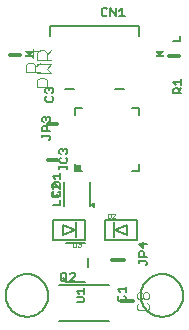
<source format=gbr>
G04 EAGLE Gerber RS-274X export*
G75*
%MOMM*%
%FSLAX34Y34*%
%LPD*%
%INSilkscreen Top*%
%IPPOS*%
%AMOC8*
5,1,8,0,0,1.08239X$1,22.5*%
G01*
%ADD10C,0.304800*%
%ADD11C,0.076200*%
%ADD12C,0.101600*%
%ADD13R,0.762000X0.127000*%
%ADD14C,0.152400*%
%ADD15C,0.127000*%
%ADD16R,0.200000X1.400000*%
%ADD17C,0.025400*%
%ADD18C,0.203200*%
%ADD19R,0.500000X0.500000*%

G36*
X55284Y100716D02*
X55284Y100716D01*
X55304Y100714D01*
X55405Y100739D01*
X55507Y100758D01*
X55524Y100768D01*
X55543Y100772D01*
X55631Y100828D01*
X55721Y100879D01*
X55738Y100896D01*
X55751Y100904D01*
X55771Y100929D01*
X55839Y100997D01*
X58379Y104172D01*
X58394Y104198D01*
X58415Y104220D01*
X58454Y104305D01*
X58500Y104387D01*
X58506Y104416D01*
X58518Y104443D01*
X58528Y104536D01*
X58546Y104628D01*
X58542Y104658D01*
X58545Y104687D01*
X58525Y104779D01*
X58513Y104872D01*
X58499Y104899D01*
X58493Y104928D01*
X58445Y105008D01*
X58403Y105092D01*
X58382Y105113D01*
X58367Y105139D01*
X58295Y105200D01*
X58229Y105266D01*
X58203Y105279D01*
X58180Y105299D01*
X58093Y105334D01*
X58009Y105376D01*
X57979Y105380D01*
X57952Y105391D01*
X57785Y105409D01*
X52705Y105409D01*
X52676Y105404D01*
X52646Y105407D01*
X52555Y105385D01*
X52462Y105370D01*
X52436Y105356D01*
X52407Y105349D01*
X52328Y105298D01*
X52245Y105254D01*
X52224Y105233D01*
X52199Y105217D01*
X52140Y105144D01*
X52076Y105076D01*
X52063Y105049D01*
X52044Y105026D01*
X52011Y104938D01*
X51972Y104853D01*
X51969Y104823D01*
X51958Y104796D01*
X51955Y104702D01*
X51945Y104609D01*
X51951Y104579D01*
X51950Y104550D01*
X51977Y104460D01*
X51997Y104368D01*
X52012Y104343D01*
X52021Y104314D01*
X52111Y104172D01*
X54651Y100997D01*
X54728Y100928D01*
X54801Y100855D01*
X54819Y100846D01*
X54833Y100833D01*
X54929Y100791D01*
X55021Y100745D01*
X55041Y100743D01*
X55059Y100735D01*
X55162Y100726D01*
X55265Y100712D01*
X55284Y100716D01*
G37*
G36*
X-55206Y100716D02*
X-55206Y100716D01*
X-55186Y100714D01*
X-55085Y100739D01*
X-54983Y100758D01*
X-54966Y100768D01*
X-54947Y100772D01*
X-54860Y100828D01*
X-54769Y100879D01*
X-54752Y100896D01*
X-54739Y100904D01*
X-54719Y100929D01*
X-54651Y100997D01*
X-52111Y104172D01*
X-52096Y104198D01*
X-52076Y104220D01*
X-52036Y104305D01*
X-51990Y104387D01*
X-51984Y104416D01*
X-51972Y104443D01*
X-51962Y104536D01*
X-51944Y104628D01*
X-51948Y104658D01*
X-51945Y104687D01*
X-51965Y104779D01*
X-51978Y104872D01*
X-51991Y104899D01*
X-51997Y104928D01*
X-52045Y105008D01*
X-52087Y105092D01*
X-52108Y105113D01*
X-52123Y105139D01*
X-52195Y105200D01*
X-52261Y105266D01*
X-52287Y105279D01*
X-52310Y105299D01*
X-52397Y105334D01*
X-52481Y105376D01*
X-52511Y105380D01*
X-52538Y105391D01*
X-52705Y105409D01*
X-57785Y105409D01*
X-57814Y105404D01*
X-57844Y105407D01*
X-57935Y105385D01*
X-58028Y105370D01*
X-58054Y105356D01*
X-58083Y105349D01*
X-58162Y105298D01*
X-58245Y105254D01*
X-58266Y105233D01*
X-58291Y105217D01*
X-58350Y105144D01*
X-58415Y105076D01*
X-58427Y105049D01*
X-58446Y105026D01*
X-58479Y104938D01*
X-58518Y104853D01*
X-58521Y104823D01*
X-58532Y104796D01*
X-58535Y104702D01*
X-58545Y104609D01*
X-58539Y104579D01*
X-58540Y104550D01*
X-58513Y104460D01*
X-58493Y104368D01*
X-58478Y104343D01*
X-58469Y104314D01*
X-58379Y104172D01*
X-55839Y100997D01*
X-55762Y100928D01*
X-55689Y100855D01*
X-55672Y100846D01*
X-55657Y100833D01*
X-55561Y100791D01*
X-55469Y100745D01*
X-55449Y100743D01*
X-55431Y100735D01*
X-55328Y100726D01*
X-55225Y100712D01*
X-55206Y100716D01*
G37*
D10*
X32385Y-106045D02*
X22225Y-106045D01*
D11*
X36428Y-109671D02*
X37996Y-108104D01*
X36428Y-109671D02*
X36428Y-112807D01*
X37996Y-114374D01*
X44266Y-114374D01*
X45834Y-112807D01*
X45834Y-109671D01*
X44266Y-108104D01*
X37996Y-105019D02*
X36428Y-103452D01*
X36428Y-100316D01*
X37996Y-98749D01*
X39563Y-98749D01*
X41131Y-100316D01*
X42699Y-98749D01*
X44266Y-98749D01*
X45834Y-100316D01*
X45834Y-103452D01*
X44266Y-105019D01*
X42699Y-105019D01*
X41131Y-103452D01*
X39563Y-105019D01*
X37996Y-105019D01*
X41131Y-103452D02*
X41131Y-100316D01*
D10*
X-63310Y101600D02*
X-71310Y101600D01*
D12*
X-57922Y87610D02*
X-46228Y87610D01*
X-57922Y87610D02*
X-57922Y93457D01*
X-55973Y95406D01*
X-52075Y95406D01*
X-50126Y93457D01*
X-50126Y87610D01*
X-50126Y91508D02*
X-46228Y95406D01*
X-46228Y105151D02*
X-57922Y105151D01*
X-52075Y99304D01*
X-52075Y107100D01*
D13*
X-55245Y100838D03*
D12*
X-48397Y74646D02*
X-36703Y74646D01*
X-48397Y74646D02*
X-48397Y80493D01*
X-46448Y82442D01*
X-42550Y82442D01*
X-40601Y80493D01*
X-40601Y74646D01*
X-36703Y86340D02*
X-48397Y86340D01*
X-40601Y90238D02*
X-36703Y86340D01*
X-40601Y90238D02*
X-36703Y94136D01*
X-48397Y94136D01*
X-48397Y98034D02*
X-36703Y98034D01*
X-48397Y98034D02*
X-48397Y103881D01*
X-46448Y105830D01*
X-42550Y105830D01*
X-40601Y103881D01*
X-40601Y98034D01*
X-40601Y101932D02*
X-36703Y105830D01*
D14*
X27352Y-42355D02*
X17352Y-46355D01*
X27352Y-42355D02*
X27352Y-50355D01*
X17352Y-46355D01*
D15*
X8852Y-38105D02*
X35852Y-38105D01*
X35852Y-54605D01*
X8852Y-54605D01*
X8852Y-38105D01*
D16*
X16352Y-46355D03*
D17*
X11479Y-36228D02*
X11479Y-32415D01*
X11479Y-36228D02*
X13386Y-36228D01*
X14021Y-35592D01*
X14021Y-33050D01*
X13386Y-32415D01*
X11479Y-32415D01*
X15221Y-36228D02*
X17763Y-36228D01*
X15221Y-36228D02*
X17763Y-33686D01*
X17763Y-33050D01*
X17128Y-32415D01*
X15857Y-32415D01*
X15221Y-33050D01*
D14*
X-16590Y-46355D02*
X-26590Y-50355D01*
X-26590Y-42355D01*
X-16590Y-46355D01*
D15*
X-8090Y-54605D02*
X-35090Y-54605D01*
X-35090Y-38105D01*
X-8090Y-38105D01*
X-8090Y-54605D01*
D16*
X-15590Y-46355D03*
D17*
X-17947Y-56479D02*
X-17947Y-60292D01*
X-16041Y-60292D01*
X-15405Y-59656D01*
X-15405Y-57114D01*
X-16041Y-56479D01*
X-17947Y-56479D01*
X-14205Y-57114D02*
X-13570Y-56479D01*
X-12298Y-56479D01*
X-11663Y-57114D01*
X-11663Y-57750D01*
X-12298Y-58385D01*
X-12934Y-58385D01*
X-12298Y-58385D02*
X-11663Y-59021D01*
X-11663Y-59656D01*
X-12298Y-60292D01*
X-13570Y-60292D01*
X-14205Y-59656D01*
D10*
X15240Y-71755D02*
X25400Y-71755D01*
D14*
X20908Y-101875D02*
X19806Y-102977D01*
X19806Y-105180D01*
X20908Y-106281D01*
X25314Y-106281D01*
X26416Y-105180D01*
X26416Y-102977D01*
X25314Y-101875D01*
X22010Y-98797D02*
X19806Y-96594D01*
X26416Y-96594D01*
X26416Y-98797D02*
X26416Y-94391D01*
D18*
X-75150Y-101600D02*
X-75145Y-101158D01*
X-75128Y-100717D01*
X-75101Y-100276D01*
X-75063Y-99836D01*
X-75015Y-99397D01*
X-74955Y-98959D01*
X-74885Y-98523D01*
X-74804Y-98088D01*
X-74713Y-97656D01*
X-74611Y-97226D01*
X-74498Y-96799D01*
X-74375Y-96375D01*
X-74242Y-95954D01*
X-74098Y-95536D01*
X-73944Y-95122D01*
X-73780Y-94712D01*
X-73606Y-94306D01*
X-73422Y-93904D01*
X-73228Y-93507D01*
X-73025Y-93115D01*
X-72812Y-92728D01*
X-72589Y-92346D01*
X-72357Y-91970D01*
X-72116Y-91600D01*
X-71867Y-91235D01*
X-71608Y-90877D01*
X-71340Y-90526D01*
X-71064Y-90181D01*
X-70780Y-89843D01*
X-70487Y-89512D01*
X-70186Y-89188D01*
X-69878Y-88872D01*
X-69562Y-88564D01*
X-69238Y-88263D01*
X-68907Y-87970D01*
X-68569Y-87686D01*
X-68224Y-87410D01*
X-67873Y-87142D01*
X-67515Y-86883D01*
X-67150Y-86634D01*
X-66780Y-86393D01*
X-66404Y-86161D01*
X-66022Y-85938D01*
X-65635Y-85725D01*
X-65243Y-85522D01*
X-64846Y-85328D01*
X-64444Y-85144D01*
X-64038Y-84970D01*
X-63628Y-84806D01*
X-63214Y-84652D01*
X-62796Y-84508D01*
X-62375Y-84375D01*
X-61951Y-84252D01*
X-61524Y-84139D01*
X-61094Y-84037D01*
X-60662Y-83946D01*
X-60227Y-83865D01*
X-59791Y-83795D01*
X-59353Y-83735D01*
X-58914Y-83687D01*
X-58474Y-83649D01*
X-58033Y-83622D01*
X-57592Y-83605D01*
X-57150Y-83600D01*
X-56708Y-83605D01*
X-56267Y-83622D01*
X-55826Y-83649D01*
X-55386Y-83687D01*
X-54947Y-83735D01*
X-54509Y-83795D01*
X-54073Y-83865D01*
X-53638Y-83946D01*
X-53206Y-84037D01*
X-52776Y-84139D01*
X-52349Y-84252D01*
X-51925Y-84375D01*
X-51504Y-84508D01*
X-51086Y-84652D01*
X-50672Y-84806D01*
X-50262Y-84970D01*
X-49856Y-85144D01*
X-49454Y-85328D01*
X-49057Y-85522D01*
X-48665Y-85725D01*
X-48278Y-85938D01*
X-47896Y-86161D01*
X-47520Y-86393D01*
X-47150Y-86634D01*
X-46785Y-86883D01*
X-46427Y-87142D01*
X-46076Y-87410D01*
X-45731Y-87686D01*
X-45393Y-87970D01*
X-45062Y-88263D01*
X-44738Y-88564D01*
X-44422Y-88872D01*
X-44114Y-89188D01*
X-43813Y-89512D01*
X-43520Y-89843D01*
X-43236Y-90181D01*
X-42960Y-90526D01*
X-42692Y-90877D01*
X-42433Y-91235D01*
X-42184Y-91600D01*
X-41943Y-91970D01*
X-41711Y-92346D01*
X-41488Y-92728D01*
X-41275Y-93115D01*
X-41072Y-93507D01*
X-40878Y-93904D01*
X-40694Y-94306D01*
X-40520Y-94712D01*
X-40356Y-95122D01*
X-40202Y-95536D01*
X-40058Y-95954D01*
X-39925Y-96375D01*
X-39802Y-96799D01*
X-39689Y-97226D01*
X-39587Y-97656D01*
X-39496Y-98088D01*
X-39415Y-98523D01*
X-39345Y-98959D01*
X-39285Y-99397D01*
X-39237Y-99836D01*
X-39199Y-100276D01*
X-39172Y-100717D01*
X-39155Y-101158D01*
X-39150Y-101600D01*
X-39155Y-102042D01*
X-39172Y-102483D01*
X-39199Y-102924D01*
X-39237Y-103364D01*
X-39285Y-103803D01*
X-39345Y-104241D01*
X-39415Y-104677D01*
X-39496Y-105112D01*
X-39587Y-105544D01*
X-39689Y-105974D01*
X-39802Y-106401D01*
X-39925Y-106825D01*
X-40058Y-107246D01*
X-40202Y-107664D01*
X-40356Y-108078D01*
X-40520Y-108488D01*
X-40694Y-108894D01*
X-40878Y-109296D01*
X-41072Y-109693D01*
X-41275Y-110085D01*
X-41488Y-110472D01*
X-41711Y-110854D01*
X-41943Y-111230D01*
X-42184Y-111600D01*
X-42433Y-111965D01*
X-42692Y-112323D01*
X-42960Y-112674D01*
X-43236Y-113019D01*
X-43520Y-113357D01*
X-43813Y-113688D01*
X-44114Y-114012D01*
X-44422Y-114328D01*
X-44738Y-114636D01*
X-45062Y-114937D01*
X-45393Y-115230D01*
X-45731Y-115514D01*
X-46076Y-115790D01*
X-46427Y-116058D01*
X-46785Y-116317D01*
X-47150Y-116566D01*
X-47520Y-116807D01*
X-47896Y-117039D01*
X-48278Y-117262D01*
X-48665Y-117475D01*
X-49057Y-117678D01*
X-49454Y-117872D01*
X-49856Y-118056D01*
X-50262Y-118230D01*
X-50672Y-118394D01*
X-51086Y-118548D01*
X-51504Y-118692D01*
X-51925Y-118825D01*
X-52349Y-118948D01*
X-52776Y-119061D01*
X-53206Y-119163D01*
X-53638Y-119254D01*
X-54073Y-119335D01*
X-54509Y-119405D01*
X-54947Y-119465D01*
X-55386Y-119513D01*
X-55826Y-119551D01*
X-56267Y-119578D01*
X-56708Y-119595D01*
X-57150Y-119600D01*
X-57592Y-119595D01*
X-58033Y-119578D01*
X-58474Y-119551D01*
X-58914Y-119513D01*
X-59353Y-119465D01*
X-59791Y-119405D01*
X-60227Y-119335D01*
X-60662Y-119254D01*
X-61094Y-119163D01*
X-61524Y-119061D01*
X-61951Y-118948D01*
X-62375Y-118825D01*
X-62796Y-118692D01*
X-63214Y-118548D01*
X-63628Y-118394D01*
X-64038Y-118230D01*
X-64444Y-118056D01*
X-64846Y-117872D01*
X-65243Y-117678D01*
X-65635Y-117475D01*
X-66022Y-117262D01*
X-66404Y-117039D01*
X-66780Y-116807D01*
X-67150Y-116566D01*
X-67515Y-116317D01*
X-67873Y-116058D01*
X-68224Y-115790D01*
X-68569Y-115514D01*
X-68907Y-115230D01*
X-69238Y-114937D01*
X-69562Y-114636D01*
X-69878Y-114328D01*
X-70186Y-114012D01*
X-70487Y-113688D01*
X-70780Y-113357D01*
X-71064Y-113019D01*
X-71340Y-112674D01*
X-71608Y-112323D01*
X-71867Y-111965D01*
X-72116Y-111600D01*
X-72357Y-111230D01*
X-72589Y-110854D01*
X-72812Y-110472D01*
X-73025Y-110085D01*
X-73228Y-109693D01*
X-73422Y-109296D01*
X-73606Y-108894D01*
X-73780Y-108488D01*
X-73944Y-108078D01*
X-74098Y-107664D01*
X-74242Y-107246D01*
X-74375Y-106825D01*
X-74498Y-106401D01*
X-74611Y-105974D01*
X-74713Y-105544D01*
X-74804Y-105112D01*
X-74885Y-104677D01*
X-74955Y-104241D01*
X-75015Y-103803D01*
X-75063Y-103364D01*
X-75101Y-102924D01*
X-75128Y-102483D01*
X-75145Y-102042D01*
X-75150Y-101600D01*
X39150Y-101600D02*
X39155Y-101158D01*
X39172Y-100717D01*
X39199Y-100276D01*
X39237Y-99836D01*
X39285Y-99397D01*
X39345Y-98959D01*
X39415Y-98523D01*
X39496Y-98088D01*
X39587Y-97656D01*
X39689Y-97226D01*
X39802Y-96799D01*
X39925Y-96375D01*
X40058Y-95954D01*
X40202Y-95536D01*
X40356Y-95122D01*
X40520Y-94712D01*
X40694Y-94306D01*
X40878Y-93904D01*
X41072Y-93507D01*
X41275Y-93115D01*
X41488Y-92728D01*
X41711Y-92346D01*
X41943Y-91970D01*
X42184Y-91600D01*
X42433Y-91235D01*
X42692Y-90877D01*
X42960Y-90526D01*
X43236Y-90181D01*
X43520Y-89843D01*
X43813Y-89512D01*
X44114Y-89188D01*
X44422Y-88872D01*
X44738Y-88564D01*
X45062Y-88263D01*
X45393Y-87970D01*
X45731Y-87686D01*
X46076Y-87410D01*
X46427Y-87142D01*
X46785Y-86883D01*
X47150Y-86634D01*
X47520Y-86393D01*
X47896Y-86161D01*
X48278Y-85938D01*
X48665Y-85725D01*
X49057Y-85522D01*
X49454Y-85328D01*
X49856Y-85144D01*
X50262Y-84970D01*
X50672Y-84806D01*
X51086Y-84652D01*
X51504Y-84508D01*
X51925Y-84375D01*
X52349Y-84252D01*
X52776Y-84139D01*
X53206Y-84037D01*
X53638Y-83946D01*
X54073Y-83865D01*
X54509Y-83795D01*
X54947Y-83735D01*
X55386Y-83687D01*
X55826Y-83649D01*
X56267Y-83622D01*
X56708Y-83605D01*
X57150Y-83600D01*
X57592Y-83605D01*
X58033Y-83622D01*
X58474Y-83649D01*
X58914Y-83687D01*
X59353Y-83735D01*
X59791Y-83795D01*
X60227Y-83865D01*
X60662Y-83946D01*
X61094Y-84037D01*
X61524Y-84139D01*
X61951Y-84252D01*
X62375Y-84375D01*
X62796Y-84508D01*
X63214Y-84652D01*
X63628Y-84806D01*
X64038Y-84970D01*
X64444Y-85144D01*
X64846Y-85328D01*
X65243Y-85522D01*
X65635Y-85725D01*
X66022Y-85938D01*
X66404Y-86161D01*
X66780Y-86393D01*
X67150Y-86634D01*
X67515Y-86883D01*
X67873Y-87142D01*
X68224Y-87410D01*
X68569Y-87686D01*
X68907Y-87970D01*
X69238Y-88263D01*
X69562Y-88564D01*
X69878Y-88872D01*
X70186Y-89188D01*
X70487Y-89512D01*
X70780Y-89843D01*
X71064Y-90181D01*
X71340Y-90526D01*
X71608Y-90877D01*
X71867Y-91235D01*
X72116Y-91600D01*
X72357Y-91970D01*
X72589Y-92346D01*
X72812Y-92728D01*
X73025Y-93115D01*
X73228Y-93507D01*
X73422Y-93904D01*
X73606Y-94306D01*
X73780Y-94712D01*
X73944Y-95122D01*
X74098Y-95536D01*
X74242Y-95954D01*
X74375Y-96375D01*
X74498Y-96799D01*
X74611Y-97226D01*
X74713Y-97656D01*
X74804Y-98088D01*
X74885Y-98523D01*
X74955Y-98959D01*
X75015Y-99397D01*
X75063Y-99836D01*
X75101Y-100276D01*
X75128Y-100717D01*
X75145Y-101158D01*
X75150Y-101600D01*
X75145Y-102042D01*
X75128Y-102483D01*
X75101Y-102924D01*
X75063Y-103364D01*
X75015Y-103803D01*
X74955Y-104241D01*
X74885Y-104677D01*
X74804Y-105112D01*
X74713Y-105544D01*
X74611Y-105974D01*
X74498Y-106401D01*
X74375Y-106825D01*
X74242Y-107246D01*
X74098Y-107664D01*
X73944Y-108078D01*
X73780Y-108488D01*
X73606Y-108894D01*
X73422Y-109296D01*
X73228Y-109693D01*
X73025Y-110085D01*
X72812Y-110472D01*
X72589Y-110854D01*
X72357Y-111230D01*
X72116Y-111600D01*
X71867Y-111965D01*
X71608Y-112323D01*
X71340Y-112674D01*
X71064Y-113019D01*
X70780Y-113357D01*
X70487Y-113688D01*
X70186Y-114012D01*
X69878Y-114328D01*
X69562Y-114636D01*
X69238Y-114937D01*
X68907Y-115230D01*
X68569Y-115514D01*
X68224Y-115790D01*
X67873Y-116058D01*
X67515Y-116317D01*
X67150Y-116566D01*
X66780Y-116807D01*
X66404Y-117039D01*
X66022Y-117262D01*
X65635Y-117475D01*
X65243Y-117678D01*
X64846Y-117872D01*
X64444Y-118056D01*
X64038Y-118230D01*
X63628Y-118394D01*
X63214Y-118548D01*
X62796Y-118692D01*
X62375Y-118825D01*
X61951Y-118948D01*
X61524Y-119061D01*
X61094Y-119163D01*
X60662Y-119254D01*
X60227Y-119335D01*
X59791Y-119405D01*
X59353Y-119465D01*
X58914Y-119513D01*
X58474Y-119551D01*
X58033Y-119578D01*
X57592Y-119595D01*
X57150Y-119600D01*
X56708Y-119595D01*
X56267Y-119578D01*
X55826Y-119551D01*
X55386Y-119513D01*
X54947Y-119465D01*
X54509Y-119405D01*
X54073Y-119335D01*
X53638Y-119254D01*
X53206Y-119163D01*
X52776Y-119061D01*
X52349Y-118948D01*
X51925Y-118825D01*
X51504Y-118692D01*
X51086Y-118548D01*
X50672Y-118394D01*
X50262Y-118230D01*
X49856Y-118056D01*
X49454Y-117872D01*
X49057Y-117678D01*
X48665Y-117475D01*
X48278Y-117262D01*
X47896Y-117039D01*
X47520Y-116807D01*
X47150Y-116566D01*
X46785Y-116317D01*
X46427Y-116058D01*
X46076Y-115790D01*
X45731Y-115514D01*
X45393Y-115230D01*
X45062Y-114937D01*
X44738Y-114636D01*
X44422Y-114328D01*
X44114Y-114012D01*
X43813Y-113688D01*
X43520Y-113357D01*
X43236Y-113019D01*
X42960Y-112674D01*
X42692Y-112323D01*
X42433Y-111965D01*
X42184Y-111600D01*
X41943Y-111230D01*
X41711Y-110854D01*
X41488Y-110472D01*
X41275Y-110085D01*
X41072Y-109693D01*
X40878Y-109296D01*
X40694Y-108894D01*
X40520Y-108488D01*
X40356Y-108078D01*
X40202Y-107664D01*
X40058Y-107246D01*
X39925Y-106825D01*
X39802Y-106401D01*
X39689Y-105974D01*
X39587Y-105544D01*
X39496Y-105112D01*
X39415Y-104677D01*
X39345Y-104241D01*
X39285Y-103803D01*
X39237Y-103364D01*
X39199Y-102924D01*
X39172Y-102483D01*
X39155Y-102042D01*
X39150Y-101600D01*
D15*
X25000Y72820D02*
X17000Y72820D01*
X-17000Y72820D02*
X-25000Y72820D01*
X38000Y117820D02*
X38000Y126820D01*
X-38000Y126820D01*
X-38000Y117820D01*
D14*
X9394Y141584D02*
X10496Y140482D01*
X9394Y141584D02*
X7191Y141584D01*
X6090Y140482D01*
X6090Y136076D01*
X7191Y134974D01*
X9394Y134974D01*
X10496Y136076D01*
X13574Y134974D02*
X13574Y141584D01*
X17980Y134974D01*
X17980Y141584D01*
X21058Y139380D02*
X23261Y141584D01*
X23261Y134974D01*
X21058Y134974D02*
X25464Y134974D01*
D18*
X12110Y-92747D02*
X-29890Y-92747D01*
X-29890Y-123255D02*
X12110Y-123255D01*
D14*
X-28448Y-88357D02*
X-28448Y-83951D01*
X-27346Y-82849D01*
X-25143Y-82849D01*
X-24042Y-83951D01*
X-24042Y-88357D01*
X-25143Y-89459D01*
X-27346Y-89459D01*
X-28448Y-88357D01*
X-26245Y-87256D02*
X-24042Y-89459D01*
X-20964Y-89459D02*
X-16557Y-89459D01*
X-20964Y-89459D02*
X-16557Y-85052D01*
X-16557Y-83951D01*
X-17659Y-82849D01*
X-19862Y-82849D01*
X-20964Y-83951D01*
D15*
X-16281Y3328D02*
X-16281Y9328D01*
X-16281Y3328D02*
X-10281Y3328D01*
X-16281Y51328D02*
X-16281Y57328D01*
X-10281Y57328D01*
X31719Y3328D02*
X37719Y3328D01*
X37719Y9328D01*
X37719Y57328D02*
X31719Y57328D01*
X37719Y57328D02*
X37719Y51328D01*
D19*
X-13781Y5828D03*
D14*
X-23023Y5690D02*
X-23023Y7893D01*
X-23023Y6791D02*
X-29633Y6791D01*
X-29633Y5690D02*
X-29633Y7893D01*
X-29633Y13984D02*
X-28531Y15085D01*
X-29633Y13984D02*
X-29633Y11781D01*
X-28531Y10679D01*
X-24125Y10679D01*
X-23023Y11781D01*
X-23023Y13984D01*
X-24125Y15085D01*
X-28531Y18163D02*
X-29633Y19265D01*
X-29633Y21468D01*
X-28531Y22570D01*
X-27430Y22570D01*
X-26328Y21468D01*
X-26328Y20366D01*
X-26328Y21468D02*
X-25226Y22570D01*
X-24125Y22570D01*
X-23023Y21468D01*
X-23023Y19265D01*
X-24125Y18163D01*
D15*
X-4037Y-6002D02*
X-4037Y-26002D01*
X-26037Y-26002D02*
X-26037Y-6002D01*
X-37Y-24002D02*
X-37Y-27002D01*
X-37Y-24002D02*
X-37Y-23002D01*
X-2037Y-25002D01*
X-37Y-27002D01*
X-37Y-26002D01*
X-1037Y-25002D01*
D14*
X-28799Y-25240D02*
X-35408Y-25240D01*
X-28799Y-25240D02*
X-28799Y-20834D01*
X-35408Y-17756D02*
X-35408Y-13349D01*
X-35408Y-17756D02*
X-28799Y-17756D01*
X-28799Y-13349D01*
X-32104Y-15553D02*
X-32104Y-17756D01*
X-35408Y-10272D02*
X-28799Y-10272D01*
X-28799Y-6967D01*
X-29900Y-5865D01*
X-34307Y-5865D01*
X-35408Y-6967D01*
X-35408Y-10272D01*
X-33205Y-2788D02*
X-35408Y-584D01*
X-28799Y-584D01*
X-28799Y1619D02*
X-28799Y-2788D01*
X-38694Y29872D02*
X-37592Y30973D01*
X-37592Y32075D01*
X-38694Y33176D01*
X-44202Y33176D01*
X-44202Y32075D02*
X-44202Y34278D01*
X-44202Y37356D02*
X-37592Y37356D01*
X-44202Y37356D02*
X-44202Y40661D01*
X-43100Y41762D01*
X-40897Y41762D01*
X-39795Y40661D01*
X-39795Y37356D01*
X-43100Y44840D02*
X-44202Y45941D01*
X-44202Y48145D01*
X-43100Y49246D01*
X-41998Y49246D01*
X-40897Y48145D01*
X-40897Y47043D01*
X-40897Y48145D02*
X-39795Y49246D01*
X-38694Y49246D01*
X-37592Y48145D01*
X-37592Y45941D01*
X-38694Y44840D01*
X44450Y-75098D02*
X43348Y-76200D01*
X44450Y-75098D02*
X44450Y-73997D01*
X43348Y-72895D01*
X37840Y-72895D01*
X37840Y-71794D02*
X37840Y-73997D01*
X37840Y-68716D02*
X44450Y-68716D01*
X37840Y-68716D02*
X37840Y-65411D01*
X38942Y-64309D01*
X41145Y-64309D01*
X42247Y-65411D01*
X42247Y-68716D01*
X44450Y-57927D02*
X37840Y-57927D01*
X41145Y-61232D01*
X41145Y-56825D01*
D13*
X55245Y100838D03*
D14*
X66161Y113928D02*
X72771Y113928D01*
X72771Y118334D01*
D10*
X71310Y101346D02*
X63310Y101346D01*
D14*
X66796Y69360D02*
X73406Y69360D01*
X66796Y69360D02*
X66796Y72664D01*
X67898Y73766D01*
X70101Y73766D01*
X71203Y72664D01*
X71203Y69360D01*
X71203Y71563D02*
X73406Y73766D01*
X69000Y76844D02*
X66796Y79047D01*
X73406Y79047D01*
X73406Y76844D02*
X73406Y81250D01*
D10*
X-31560Y13335D02*
X-39560Y13335D01*
D14*
X-34972Y-14245D02*
X-36074Y-15347D01*
X-36074Y-17550D01*
X-34972Y-18651D01*
X-30566Y-18651D01*
X-29464Y-17550D01*
X-29464Y-15347D01*
X-30566Y-14245D01*
X-29464Y-11167D02*
X-29464Y-6761D01*
X-29464Y-11167D02*
X-33870Y-6761D01*
X-34972Y-6761D01*
X-36074Y-7862D01*
X-36074Y-10066D01*
X-34972Y-11167D01*
D18*
X-23875Y-57160D02*
X-7875Y-57160D01*
X-7875Y-90160D02*
X-23875Y-90160D01*
X-5375Y-77660D02*
X-5375Y-69660D01*
D14*
X-9611Y-107646D02*
X-15119Y-107646D01*
X-9611Y-107646D02*
X-8509Y-106545D01*
X-8509Y-104342D01*
X-9611Y-103240D01*
X-15119Y-103240D01*
X-12915Y-100162D02*
X-15119Y-97959D01*
X-8509Y-97959D01*
X-8509Y-100162D02*
X-8509Y-95756D01*
D10*
X-31560Y43815D02*
X-39560Y43815D01*
D14*
X-41662Y65662D02*
X-40560Y66763D01*
X-41662Y65662D02*
X-41662Y63459D01*
X-40560Y62357D01*
X-36154Y62357D01*
X-35052Y63459D01*
X-35052Y65662D01*
X-36154Y66763D01*
X-40560Y69841D02*
X-41662Y70943D01*
X-41662Y73146D01*
X-40560Y74248D01*
X-39458Y74248D01*
X-38357Y73146D01*
X-38357Y72044D01*
X-38357Y73146D02*
X-37255Y74248D01*
X-36154Y74248D01*
X-35052Y73146D01*
X-35052Y70943D01*
X-36154Y69841D01*
M02*

</source>
